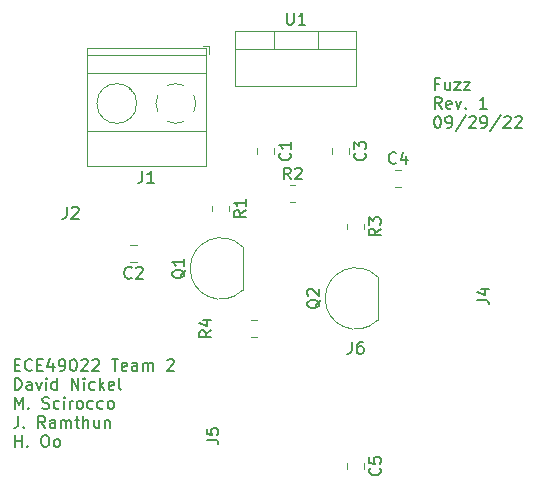
<source format=gbr>
%TF.GenerationSoftware,KiCad,Pcbnew,(6.0.7)*%
%TF.CreationDate,2022-09-29T22:29:57-04:00*%
%TF.ProjectId,fuzz_v1,66757a7a-5f76-4312-9e6b-696361645f70,rev?*%
%TF.SameCoordinates,Original*%
%TF.FileFunction,Legend,Top*%
%TF.FilePolarity,Positive*%
%FSLAX46Y46*%
G04 Gerber Fmt 4.6, Leading zero omitted, Abs format (unit mm)*
G04 Created by KiCad (PCBNEW (6.0.7)) date 2022-09-29 22:29:57*
%MOMM*%
%LPD*%
G01*
G04 APERTURE LIST*
%ADD10C,0.150000*%
%ADD11C,0.120000*%
G04 APERTURE END LIST*
D10*
X147988928Y-38958571D02*
X147655595Y-38958571D01*
X147655595Y-39482380D02*
X147655595Y-38482380D01*
X148131785Y-38482380D01*
X148941309Y-38815714D02*
X148941309Y-39482380D01*
X148512738Y-38815714D02*
X148512738Y-39339523D01*
X148560357Y-39434761D01*
X148655595Y-39482380D01*
X148798452Y-39482380D01*
X148893690Y-39434761D01*
X148941309Y-39387142D01*
X149322261Y-38815714D02*
X149846071Y-38815714D01*
X149322261Y-39482380D01*
X149846071Y-39482380D01*
X150131785Y-38815714D02*
X150655595Y-38815714D01*
X150131785Y-39482380D01*
X150655595Y-39482380D01*
X148227023Y-41092380D02*
X147893690Y-40616190D01*
X147655595Y-41092380D02*
X147655595Y-40092380D01*
X148036547Y-40092380D01*
X148131785Y-40140000D01*
X148179404Y-40187619D01*
X148227023Y-40282857D01*
X148227023Y-40425714D01*
X148179404Y-40520952D01*
X148131785Y-40568571D01*
X148036547Y-40616190D01*
X147655595Y-40616190D01*
X149036547Y-41044761D02*
X148941309Y-41092380D01*
X148750833Y-41092380D01*
X148655595Y-41044761D01*
X148607976Y-40949523D01*
X148607976Y-40568571D01*
X148655595Y-40473333D01*
X148750833Y-40425714D01*
X148941309Y-40425714D01*
X149036547Y-40473333D01*
X149084166Y-40568571D01*
X149084166Y-40663809D01*
X148607976Y-40759047D01*
X149417500Y-40425714D02*
X149655595Y-41092380D01*
X149893690Y-40425714D01*
X150274642Y-40997142D02*
X150322261Y-41044761D01*
X150274642Y-41092380D01*
X150227023Y-41044761D01*
X150274642Y-40997142D01*
X150274642Y-41092380D01*
X152036547Y-41092380D02*
X151465119Y-41092380D01*
X151750833Y-41092380D02*
X151750833Y-40092380D01*
X151655595Y-40235238D01*
X151560357Y-40330476D01*
X151465119Y-40378095D01*
X147846071Y-41702380D02*
X147941309Y-41702380D01*
X148036547Y-41750000D01*
X148084166Y-41797619D01*
X148131785Y-41892857D01*
X148179404Y-42083333D01*
X148179404Y-42321428D01*
X148131785Y-42511904D01*
X148084166Y-42607142D01*
X148036547Y-42654761D01*
X147941309Y-42702380D01*
X147846071Y-42702380D01*
X147750833Y-42654761D01*
X147703214Y-42607142D01*
X147655595Y-42511904D01*
X147607976Y-42321428D01*
X147607976Y-42083333D01*
X147655595Y-41892857D01*
X147703214Y-41797619D01*
X147750833Y-41750000D01*
X147846071Y-41702380D01*
X148655595Y-42702380D02*
X148846071Y-42702380D01*
X148941309Y-42654761D01*
X148988928Y-42607142D01*
X149084166Y-42464285D01*
X149131785Y-42273809D01*
X149131785Y-41892857D01*
X149084166Y-41797619D01*
X149036547Y-41750000D01*
X148941309Y-41702380D01*
X148750833Y-41702380D01*
X148655595Y-41750000D01*
X148607976Y-41797619D01*
X148560357Y-41892857D01*
X148560357Y-42130952D01*
X148607976Y-42226190D01*
X148655595Y-42273809D01*
X148750833Y-42321428D01*
X148941309Y-42321428D01*
X149036547Y-42273809D01*
X149084166Y-42226190D01*
X149131785Y-42130952D01*
X150274642Y-41654761D02*
X149417500Y-42940476D01*
X150560357Y-41797619D02*
X150607976Y-41750000D01*
X150703214Y-41702380D01*
X150941309Y-41702380D01*
X151036547Y-41750000D01*
X151084166Y-41797619D01*
X151131785Y-41892857D01*
X151131785Y-41988095D01*
X151084166Y-42130952D01*
X150512738Y-42702380D01*
X151131785Y-42702380D01*
X151607976Y-42702380D02*
X151798452Y-42702380D01*
X151893690Y-42654761D01*
X151941309Y-42607142D01*
X152036547Y-42464285D01*
X152084166Y-42273809D01*
X152084166Y-41892857D01*
X152036547Y-41797619D01*
X151988928Y-41750000D01*
X151893690Y-41702380D01*
X151703214Y-41702380D01*
X151607976Y-41750000D01*
X151560357Y-41797619D01*
X151512738Y-41892857D01*
X151512738Y-42130952D01*
X151560357Y-42226190D01*
X151607976Y-42273809D01*
X151703214Y-42321428D01*
X151893690Y-42321428D01*
X151988928Y-42273809D01*
X152036547Y-42226190D01*
X152084166Y-42130952D01*
X153227023Y-41654761D02*
X152369880Y-42940476D01*
X153512738Y-41797619D02*
X153560357Y-41750000D01*
X153655595Y-41702380D01*
X153893690Y-41702380D01*
X153988928Y-41750000D01*
X154036547Y-41797619D01*
X154084166Y-41892857D01*
X154084166Y-41988095D01*
X154036547Y-42130952D01*
X153465119Y-42702380D01*
X154084166Y-42702380D01*
X154465119Y-41797619D02*
X154512738Y-41750000D01*
X154607976Y-41702380D01*
X154846071Y-41702380D01*
X154941309Y-41750000D01*
X154988928Y-41797619D01*
X155036547Y-41892857D01*
X155036547Y-41988095D01*
X154988928Y-42130952D01*
X154417500Y-42702380D01*
X155036547Y-42702380D01*
X112095595Y-62748571D02*
X112428928Y-62748571D01*
X112571785Y-63272380D02*
X112095595Y-63272380D01*
X112095595Y-62272380D01*
X112571785Y-62272380D01*
X113571785Y-63177142D02*
X113524166Y-63224761D01*
X113381309Y-63272380D01*
X113286071Y-63272380D01*
X113143214Y-63224761D01*
X113047976Y-63129523D01*
X113000357Y-63034285D01*
X112952738Y-62843809D01*
X112952738Y-62700952D01*
X113000357Y-62510476D01*
X113047976Y-62415238D01*
X113143214Y-62320000D01*
X113286071Y-62272380D01*
X113381309Y-62272380D01*
X113524166Y-62320000D01*
X113571785Y-62367619D01*
X114000357Y-62748571D02*
X114333690Y-62748571D01*
X114476547Y-63272380D02*
X114000357Y-63272380D01*
X114000357Y-62272380D01*
X114476547Y-62272380D01*
X115333690Y-62605714D02*
X115333690Y-63272380D01*
X115095595Y-62224761D02*
X114857500Y-62939047D01*
X115476547Y-62939047D01*
X115905119Y-63272380D02*
X116095595Y-63272380D01*
X116190833Y-63224761D01*
X116238452Y-63177142D01*
X116333690Y-63034285D01*
X116381309Y-62843809D01*
X116381309Y-62462857D01*
X116333690Y-62367619D01*
X116286071Y-62320000D01*
X116190833Y-62272380D01*
X116000357Y-62272380D01*
X115905119Y-62320000D01*
X115857500Y-62367619D01*
X115809880Y-62462857D01*
X115809880Y-62700952D01*
X115857500Y-62796190D01*
X115905119Y-62843809D01*
X116000357Y-62891428D01*
X116190833Y-62891428D01*
X116286071Y-62843809D01*
X116333690Y-62796190D01*
X116381309Y-62700952D01*
X117000357Y-62272380D02*
X117095595Y-62272380D01*
X117190833Y-62320000D01*
X117238452Y-62367619D01*
X117286071Y-62462857D01*
X117333690Y-62653333D01*
X117333690Y-62891428D01*
X117286071Y-63081904D01*
X117238452Y-63177142D01*
X117190833Y-63224761D01*
X117095595Y-63272380D01*
X117000357Y-63272380D01*
X116905119Y-63224761D01*
X116857500Y-63177142D01*
X116809880Y-63081904D01*
X116762261Y-62891428D01*
X116762261Y-62653333D01*
X116809880Y-62462857D01*
X116857500Y-62367619D01*
X116905119Y-62320000D01*
X117000357Y-62272380D01*
X117714642Y-62367619D02*
X117762261Y-62320000D01*
X117857500Y-62272380D01*
X118095595Y-62272380D01*
X118190833Y-62320000D01*
X118238452Y-62367619D01*
X118286071Y-62462857D01*
X118286071Y-62558095D01*
X118238452Y-62700952D01*
X117667023Y-63272380D01*
X118286071Y-63272380D01*
X118667023Y-62367619D02*
X118714642Y-62320000D01*
X118809880Y-62272380D01*
X119047976Y-62272380D01*
X119143214Y-62320000D01*
X119190833Y-62367619D01*
X119238452Y-62462857D01*
X119238452Y-62558095D01*
X119190833Y-62700952D01*
X118619404Y-63272380D01*
X119238452Y-63272380D01*
X120286071Y-62272380D02*
X120857500Y-62272380D01*
X120571785Y-63272380D02*
X120571785Y-62272380D01*
X121571785Y-63224761D02*
X121476547Y-63272380D01*
X121286071Y-63272380D01*
X121190833Y-63224761D01*
X121143214Y-63129523D01*
X121143214Y-62748571D01*
X121190833Y-62653333D01*
X121286071Y-62605714D01*
X121476547Y-62605714D01*
X121571785Y-62653333D01*
X121619404Y-62748571D01*
X121619404Y-62843809D01*
X121143214Y-62939047D01*
X122476547Y-63272380D02*
X122476547Y-62748571D01*
X122428928Y-62653333D01*
X122333690Y-62605714D01*
X122143214Y-62605714D01*
X122047976Y-62653333D01*
X122476547Y-63224761D02*
X122381309Y-63272380D01*
X122143214Y-63272380D01*
X122047976Y-63224761D01*
X122000357Y-63129523D01*
X122000357Y-63034285D01*
X122047976Y-62939047D01*
X122143214Y-62891428D01*
X122381309Y-62891428D01*
X122476547Y-62843809D01*
X122952738Y-63272380D02*
X122952738Y-62605714D01*
X122952738Y-62700952D02*
X123000357Y-62653333D01*
X123095595Y-62605714D01*
X123238452Y-62605714D01*
X123333690Y-62653333D01*
X123381309Y-62748571D01*
X123381309Y-63272380D01*
X123381309Y-62748571D02*
X123428928Y-62653333D01*
X123524166Y-62605714D01*
X123667023Y-62605714D01*
X123762261Y-62653333D01*
X123809880Y-62748571D01*
X123809880Y-63272380D01*
X125000357Y-62367619D02*
X125047976Y-62320000D01*
X125143214Y-62272380D01*
X125381309Y-62272380D01*
X125476547Y-62320000D01*
X125524166Y-62367619D01*
X125571785Y-62462857D01*
X125571785Y-62558095D01*
X125524166Y-62700952D01*
X124952738Y-63272380D01*
X125571785Y-63272380D01*
X112095595Y-64882380D02*
X112095595Y-63882380D01*
X112333690Y-63882380D01*
X112476547Y-63930000D01*
X112571785Y-64025238D01*
X112619404Y-64120476D01*
X112667023Y-64310952D01*
X112667023Y-64453809D01*
X112619404Y-64644285D01*
X112571785Y-64739523D01*
X112476547Y-64834761D01*
X112333690Y-64882380D01*
X112095595Y-64882380D01*
X113524166Y-64882380D02*
X113524166Y-64358571D01*
X113476547Y-64263333D01*
X113381309Y-64215714D01*
X113190833Y-64215714D01*
X113095595Y-64263333D01*
X113524166Y-64834761D02*
X113428928Y-64882380D01*
X113190833Y-64882380D01*
X113095595Y-64834761D01*
X113047976Y-64739523D01*
X113047976Y-64644285D01*
X113095595Y-64549047D01*
X113190833Y-64501428D01*
X113428928Y-64501428D01*
X113524166Y-64453809D01*
X113905119Y-64215714D02*
X114143214Y-64882380D01*
X114381309Y-64215714D01*
X114762261Y-64882380D02*
X114762261Y-64215714D01*
X114762261Y-63882380D02*
X114714642Y-63930000D01*
X114762261Y-63977619D01*
X114809880Y-63930000D01*
X114762261Y-63882380D01*
X114762261Y-63977619D01*
X115667023Y-64882380D02*
X115667023Y-63882380D01*
X115667023Y-64834761D02*
X115571785Y-64882380D01*
X115381309Y-64882380D01*
X115286071Y-64834761D01*
X115238452Y-64787142D01*
X115190833Y-64691904D01*
X115190833Y-64406190D01*
X115238452Y-64310952D01*
X115286071Y-64263333D01*
X115381309Y-64215714D01*
X115571785Y-64215714D01*
X115667023Y-64263333D01*
X116905119Y-64882380D02*
X116905119Y-63882380D01*
X117476547Y-64882380D01*
X117476547Y-63882380D01*
X117952738Y-64882380D02*
X117952738Y-64215714D01*
X117952738Y-63882380D02*
X117905119Y-63930000D01*
X117952738Y-63977619D01*
X118000357Y-63930000D01*
X117952738Y-63882380D01*
X117952738Y-63977619D01*
X118857500Y-64834761D02*
X118762261Y-64882380D01*
X118571785Y-64882380D01*
X118476547Y-64834761D01*
X118428928Y-64787142D01*
X118381309Y-64691904D01*
X118381309Y-64406190D01*
X118428928Y-64310952D01*
X118476547Y-64263333D01*
X118571785Y-64215714D01*
X118762261Y-64215714D01*
X118857500Y-64263333D01*
X119286071Y-64882380D02*
X119286071Y-63882380D01*
X119381309Y-64501428D02*
X119667023Y-64882380D01*
X119667023Y-64215714D02*
X119286071Y-64596666D01*
X120476547Y-64834761D02*
X120381309Y-64882380D01*
X120190833Y-64882380D01*
X120095595Y-64834761D01*
X120047976Y-64739523D01*
X120047976Y-64358571D01*
X120095595Y-64263333D01*
X120190833Y-64215714D01*
X120381309Y-64215714D01*
X120476547Y-64263333D01*
X120524166Y-64358571D01*
X120524166Y-64453809D01*
X120047976Y-64549047D01*
X121095595Y-64882380D02*
X121000357Y-64834761D01*
X120952738Y-64739523D01*
X120952738Y-63882380D01*
X112095595Y-66492380D02*
X112095595Y-65492380D01*
X112428928Y-66206666D01*
X112762261Y-65492380D01*
X112762261Y-66492380D01*
X113238452Y-66397142D02*
X113286071Y-66444761D01*
X113238452Y-66492380D01*
X113190833Y-66444761D01*
X113238452Y-66397142D01*
X113238452Y-66492380D01*
X114428928Y-66444761D02*
X114571785Y-66492380D01*
X114809880Y-66492380D01*
X114905119Y-66444761D01*
X114952738Y-66397142D01*
X115000357Y-66301904D01*
X115000357Y-66206666D01*
X114952738Y-66111428D01*
X114905119Y-66063809D01*
X114809880Y-66016190D01*
X114619404Y-65968571D01*
X114524166Y-65920952D01*
X114476547Y-65873333D01*
X114428928Y-65778095D01*
X114428928Y-65682857D01*
X114476547Y-65587619D01*
X114524166Y-65540000D01*
X114619404Y-65492380D01*
X114857500Y-65492380D01*
X115000357Y-65540000D01*
X115857500Y-66444761D02*
X115762261Y-66492380D01*
X115571785Y-66492380D01*
X115476547Y-66444761D01*
X115428928Y-66397142D01*
X115381309Y-66301904D01*
X115381309Y-66016190D01*
X115428928Y-65920952D01*
X115476547Y-65873333D01*
X115571785Y-65825714D01*
X115762261Y-65825714D01*
X115857500Y-65873333D01*
X116286071Y-66492380D02*
X116286071Y-65825714D01*
X116286071Y-65492380D02*
X116238452Y-65540000D01*
X116286071Y-65587619D01*
X116333690Y-65540000D01*
X116286071Y-65492380D01*
X116286071Y-65587619D01*
X116762261Y-66492380D02*
X116762261Y-65825714D01*
X116762261Y-66016190D02*
X116809880Y-65920952D01*
X116857500Y-65873333D01*
X116952738Y-65825714D01*
X117047976Y-65825714D01*
X117524166Y-66492380D02*
X117428928Y-66444761D01*
X117381309Y-66397142D01*
X117333690Y-66301904D01*
X117333690Y-66016190D01*
X117381309Y-65920952D01*
X117428928Y-65873333D01*
X117524166Y-65825714D01*
X117667023Y-65825714D01*
X117762261Y-65873333D01*
X117809880Y-65920952D01*
X117857500Y-66016190D01*
X117857500Y-66301904D01*
X117809880Y-66397142D01*
X117762261Y-66444761D01*
X117667023Y-66492380D01*
X117524166Y-66492380D01*
X118714642Y-66444761D02*
X118619404Y-66492380D01*
X118428928Y-66492380D01*
X118333690Y-66444761D01*
X118286071Y-66397142D01*
X118238452Y-66301904D01*
X118238452Y-66016190D01*
X118286071Y-65920952D01*
X118333690Y-65873333D01*
X118428928Y-65825714D01*
X118619404Y-65825714D01*
X118714642Y-65873333D01*
X119571785Y-66444761D02*
X119476547Y-66492380D01*
X119286071Y-66492380D01*
X119190833Y-66444761D01*
X119143214Y-66397142D01*
X119095595Y-66301904D01*
X119095595Y-66016190D01*
X119143214Y-65920952D01*
X119190833Y-65873333D01*
X119286071Y-65825714D01*
X119476547Y-65825714D01*
X119571785Y-65873333D01*
X120143214Y-66492380D02*
X120047976Y-66444761D01*
X120000357Y-66397142D01*
X119952738Y-66301904D01*
X119952738Y-66016190D01*
X120000357Y-65920952D01*
X120047976Y-65873333D01*
X120143214Y-65825714D01*
X120286071Y-65825714D01*
X120381309Y-65873333D01*
X120428928Y-65920952D01*
X120476547Y-66016190D01*
X120476547Y-66301904D01*
X120428928Y-66397142D01*
X120381309Y-66444761D01*
X120286071Y-66492380D01*
X120143214Y-66492380D01*
X112381309Y-67102380D02*
X112381309Y-67816666D01*
X112333690Y-67959523D01*
X112238452Y-68054761D01*
X112095595Y-68102380D01*
X112000357Y-68102380D01*
X112857500Y-68007142D02*
X112905119Y-68054761D01*
X112857500Y-68102380D01*
X112809880Y-68054761D01*
X112857500Y-68007142D01*
X112857500Y-68102380D01*
X114667023Y-68102380D02*
X114333690Y-67626190D01*
X114095595Y-68102380D02*
X114095595Y-67102380D01*
X114476547Y-67102380D01*
X114571785Y-67150000D01*
X114619404Y-67197619D01*
X114667023Y-67292857D01*
X114667023Y-67435714D01*
X114619404Y-67530952D01*
X114571785Y-67578571D01*
X114476547Y-67626190D01*
X114095595Y-67626190D01*
X115524166Y-68102380D02*
X115524166Y-67578571D01*
X115476547Y-67483333D01*
X115381309Y-67435714D01*
X115190833Y-67435714D01*
X115095595Y-67483333D01*
X115524166Y-68054761D02*
X115428928Y-68102380D01*
X115190833Y-68102380D01*
X115095595Y-68054761D01*
X115047976Y-67959523D01*
X115047976Y-67864285D01*
X115095595Y-67769047D01*
X115190833Y-67721428D01*
X115428928Y-67721428D01*
X115524166Y-67673809D01*
X116000357Y-68102380D02*
X116000357Y-67435714D01*
X116000357Y-67530952D02*
X116047976Y-67483333D01*
X116143214Y-67435714D01*
X116286071Y-67435714D01*
X116381309Y-67483333D01*
X116428928Y-67578571D01*
X116428928Y-68102380D01*
X116428928Y-67578571D02*
X116476547Y-67483333D01*
X116571785Y-67435714D01*
X116714642Y-67435714D01*
X116809880Y-67483333D01*
X116857500Y-67578571D01*
X116857500Y-68102380D01*
X117190833Y-67435714D02*
X117571785Y-67435714D01*
X117333690Y-67102380D02*
X117333690Y-67959523D01*
X117381309Y-68054761D01*
X117476547Y-68102380D01*
X117571785Y-68102380D01*
X117905119Y-68102380D02*
X117905119Y-67102380D01*
X118333690Y-68102380D02*
X118333690Y-67578571D01*
X118286071Y-67483333D01*
X118190833Y-67435714D01*
X118047976Y-67435714D01*
X117952738Y-67483333D01*
X117905119Y-67530952D01*
X119238452Y-67435714D02*
X119238452Y-68102380D01*
X118809880Y-67435714D02*
X118809880Y-67959523D01*
X118857500Y-68054761D01*
X118952738Y-68102380D01*
X119095595Y-68102380D01*
X119190833Y-68054761D01*
X119238452Y-68007142D01*
X119714642Y-67435714D02*
X119714642Y-68102380D01*
X119714642Y-67530952D02*
X119762261Y-67483333D01*
X119857500Y-67435714D01*
X120000357Y-67435714D01*
X120095595Y-67483333D01*
X120143214Y-67578571D01*
X120143214Y-68102380D01*
X112095595Y-69712380D02*
X112095595Y-68712380D01*
X112095595Y-69188571D02*
X112667023Y-69188571D01*
X112667023Y-69712380D02*
X112667023Y-68712380D01*
X113143214Y-69617142D02*
X113190833Y-69664761D01*
X113143214Y-69712380D01*
X113095595Y-69664761D01*
X113143214Y-69617142D01*
X113143214Y-69712380D01*
X114571785Y-68712380D02*
X114762261Y-68712380D01*
X114857500Y-68760000D01*
X114952738Y-68855238D01*
X115000357Y-69045714D01*
X115000357Y-69379047D01*
X114952738Y-69569523D01*
X114857500Y-69664761D01*
X114762261Y-69712380D01*
X114571785Y-69712380D01*
X114476547Y-69664761D01*
X114381309Y-69569523D01*
X114333690Y-69379047D01*
X114333690Y-69045714D01*
X114381309Y-68855238D01*
X114476547Y-68760000D01*
X114571785Y-68712380D01*
X115571785Y-69712380D02*
X115476547Y-69664761D01*
X115428928Y-69617142D01*
X115381309Y-69521904D01*
X115381309Y-69236190D01*
X115428928Y-69140952D01*
X115476547Y-69093333D01*
X115571785Y-69045714D01*
X115714642Y-69045714D01*
X115809880Y-69093333D01*
X115857500Y-69140952D01*
X115905119Y-69236190D01*
X115905119Y-69521904D01*
X115857500Y-69617142D01*
X115809880Y-69664761D01*
X115714642Y-69712380D01*
X115571785Y-69712380D01*
%TO.C,R3*%
X143072380Y-51236666D02*
X142596190Y-51570000D01*
X143072380Y-51808095D02*
X142072380Y-51808095D01*
X142072380Y-51427142D01*
X142120000Y-51331904D01*
X142167619Y-51284285D01*
X142262857Y-51236666D01*
X142405714Y-51236666D01*
X142500952Y-51284285D01*
X142548571Y-51331904D01*
X142596190Y-51427142D01*
X142596190Y-51808095D01*
X142072380Y-50903333D02*
X142072380Y-50284285D01*
X142453333Y-50617619D01*
X142453333Y-50474761D01*
X142500952Y-50379523D01*
X142548571Y-50331904D01*
X142643809Y-50284285D01*
X142881904Y-50284285D01*
X142977142Y-50331904D01*
X143024761Y-50379523D01*
X143072380Y-50474761D01*
X143072380Y-50760476D01*
X143024761Y-50855714D01*
X142977142Y-50903333D01*
%TO.C,C3*%
X141737142Y-44849166D02*
X141784761Y-44896785D01*
X141832380Y-45039642D01*
X141832380Y-45134880D01*
X141784761Y-45277738D01*
X141689523Y-45372976D01*
X141594285Y-45420595D01*
X141403809Y-45468214D01*
X141260952Y-45468214D01*
X141070476Y-45420595D01*
X140975238Y-45372976D01*
X140880000Y-45277738D01*
X140832380Y-45134880D01*
X140832380Y-45039642D01*
X140880000Y-44896785D01*
X140927619Y-44849166D01*
X140832380Y-44515833D02*
X140832380Y-43896785D01*
X141213333Y-44230119D01*
X141213333Y-44087261D01*
X141260952Y-43992023D01*
X141308571Y-43944404D01*
X141403809Y-43896785D01*
X141641904Y-43896785D01*
X141737142Y-43944404D01*
X141784761Y-43992023D01*
X141832380Y-44087261D01*
X141832380Y-44372976D01*
X141784761Y-44468214D01*
X141737142Y-44515833D01*
%TO.C,R4*%
X128722380Y-59856666D02*
X128246190Y-60190000D01*
X128722380Y-60428095D02*
X127722380Y-60428095D01*
X127722380Y-60047142D01*
X127770000Y-59951904D01*
X127817619Y-59904285D01*
X127912857Y-59856666D01*
X128055714Y-59856666D01*
X128150952Y-59904285D01*
X128198571Y-59951904D01*
X128246190Y-60047142D01*
X128246190Y-60428095D01*
X128055714Y-58999523D02*
X128722380Y-58999523D01*
X127674761Y-59237619D02*
X128389047Y-59475714D01*
X128389047Y-58856666D01*
%TO.C,Q1*%
X126527619Y-54705238D02*
X126480000Y-54800476D01*
X126384761Y-54895714D01*
X126241904Y-55038571D01*
X126194285Y-55133809D01*
X126194285Y-55229047D01*
X126432380Y-55181428D02*
X126384761Y-55276666D01*
X126289523Y-55371904D01*
X126099047Y-55419523D01*
X125765714Y-55419523D01*
X125575238Y-55371904D01*
X125480000Y-55276666D01*
X125432380Y-55181428D01*
X125432380Y-54990952D01*
X125480000Y-54895714D01*
X125575238Y-54800476D01*
X125765714Y-54752857D01*
X126099047Y-54752857D01*
X126289523Y-54800476D01*
X126384761Y-54895714D01*
X126432380Y-54990952D01*
X126432380Y-55181428D01*
X126432380Y-53800476D02*
X126432380Y-54371904D01*
X126432380Y-54086190D02*
X125432380Y-54086190D01*
X125575238Y-54181428D01*
X125670476Y-54276666D01*
X125718095Y-54371904D01*
%TO.C,Q2*%
X137957619Y-57245238D02*
X137910000Y-57340476D01*
X137814761Y-57435714D01*
X137671904Y-57578571D01*
X137624285Y-57673809D01*
X137624285Y-57769047D01*
X137862380Y-57721428D02*
X137814761Y-57816666D01*
X137719523Y-57911904D01*
X137529047Y-57959523D01*
X137195714Y-57959523D01*
X137005238Y-57911904D01*
X136910000Y-57816666D01*
X136862380Y-57721428D01*
X136862380Y-57530952D01*
X136910000Y-57435714D01*
X137005238Y-57340476D01*
X137195714Y-57292857D01*
X137529047Y-57292857D01*
X137719523Y-57340476D01*
X137814761Y-57435714D01*
X137862380Y-57530952D01*
X137862380Y-57721428D01*
X136957619Y-56911904D02*
X136910000Y-56864285D01*
X136862380Y-56769047D01*
X136862380Y-56530952D01*
X136910000Y-56435714D01*
X136957619Y-56388095D01*
X137052857Y-56340476D01*
X137148095Y-56340476D01*
X137290952Y-56388095D01*
X137862380Y-56959523D01*
X137862380Y-56340476D01*
%TO.C,J4*%
X151242380Y-57273333D02*
X151956666Y-57273333D01*
X152099523Y-57320952D01*
X152194761Y-57416190D01*
X152242380Y-57559047D01*
X152242380Y-57654285D01*
X151575714Y-56368571D02*
X152242380Y-56368571D01*
X151194761Y-56606666D02*
X151909047Y-56844761D01*
X151909047Y-56225714D01*
%TO.C,U1*%
X135128095Y-32957380D02*
X135128095Y-33766904D01*
X135175714Y-33862142D01*
X135223333Y-33909761D01*
X135318571Y-33957380D01*
X135509047Y-33957380D01*
X135604285Y-33909761D01*
X135651904Y-33862142D01*
X135699523Y-33766904D01*
X135699523Y-32957380D01*
X136699523Y-33957380D02*
X136128095Y-33957380D01*
X136413809Y-33957380D02*
X136413809Y-32957380D01*
X136318571Y-33100238D01*
X136223333Y-33195476D01*
X136128095Y-33243095D01*
%TO.C,C2*%
X121985833Y-55377142D02*
X121938214Y-55424761D01*
X121795357Y-55472380D01*
X121700119Y-55472380D01*
X121557261Y-55424761D01*
X121462023Y-55329523D01*
X121414404Y-55234285D01*
X121366785Y-55043809D01*
X121366785Y-54900952D01*
X121414404Y-54710476D01*
X121462023Y-54615238D01*
X121557261Y-54520000D01*
X121700119Y-54472380D01*
X121795357Y-54472380D01*
X121938214Y-54520000D01*
X121985833Y-54567619D01*
X122366785Y-54567619D02*
X122414404Y-54520000D01*
X122509642Y-54472380D01*
X122747738Y-54472380D01*
X122842976Y-54520000D01*
X122890595Y-54567619D01*
X122938214Y-54662857D01*
X122938214Y-54758095D01*
X122890595Y-54900952D01*
X122319166Y-55472380D01*
X122938214Y-55472380D01*
%TO.C,C5*%
X143007142Y-71519166D02*
X143054761Y-71566785D01*
X143102380Y-71709642D01*
X143102380Y-71804880D01*
X143054761Y-71947738D01*
X142959523Y-72042976D01*
X142864285Y-72090595D01*
X142673809Y-72138214D01*
X142530952Y-72138214D01*
X142340476Y-72090595D01*
X142245238Y-72042976D01*
X142150000Y-71947738D01*
X142102380Y-71804880D01*
X142102380Y-71709642D01*
X142150000Y-71566785D01*
X142197619Y-71519166D01*
X142102380Y-70614404D02*
X142102380Y-71090595D01*
X142578571Y-71138214D01*
X142530952Y-71090595D01*
X142483333Y-70995357D01*
X142483333Y-70757261D01*
X142530952Y-70662023D01*
X142578571Y-70614404D01*
X142673809Y-70566785D01*
X142911904Y-70566785D01*
X143007142Y-70614404D01*
X143054761Y-70662023D01*
X143102380Y-70757261D01*
X143102380Y-70995357D01*
X143054761Y-71090595D01*
X143007142Y-71138214D01*
%TO.C,J6*%
X140636666Y-60822380D02*
X140636666Y-61536666D01*
X140589047Y-61679523D01*
X140493809Y-61774761D01*
X140350952Y-61822380D01*
X140255714Y-61822380D01*
X141541428Y-60822380D02*
X141350952Y-60822380D01*
X141255714Y-60870000D01*
X141208095Y-60917619D01*
X141112857Y-61060476D01*
X141065238Y-61250952D01*
X141065238Y-61631904D01*
X141112857Y-61727142D01*
X141160476Y-61774761D01*
X141255714Y-61822380D01*
X141446190Y-61822380D01*
X141541428Y-61774761D01*
X141589047Y-61727142D01*
X141636666Y-61631904D01*
X141636666Y-61393809D01*
X141589047Y-61298571D01*
X141541428Y-61250952D01*
X141446190Y-61203333D01*
X141255714Y-61203333D01*
X141160476Y-61250952D01*
X141112857Y-61298571D01*
X141065238Y-61393809D01*
%TO.C,C1*%
X135387142Y-44849166D02*
X135434761Y-44896785D01*
X135482380Y-45039642D01*
X135482380Y-45134880D01*
X135434761Y-45277738D01*
X135339523Y-45372976D01*
X135244285Y-45420595D01*
X135053809Y-45468214D01*
X134910952Y-45468214D01*
X134720476Y-45420595D01*
X134625238Y-45372976D01*
X134530000Y-45277738D01*
X134482380Y-45134880D01*
X134482380Y-45039642D01*
X134530000Y-44896785D01*
X134577619Y-44849166D01*
X135482380Y-43896785D02*
X135482380Y-44468214D01*
X135482380Y-44182500D02*
X134482380Y-44182500D01*
X134625238Y-44277738D01*
X134720476Y-44372976D01*
X134768095Y-44468214D01*
%TO.C,J5*%
X128332380Y-69123333D02*
X129046666Y-69123333D01*
X129189523Y-69170952D01*
X129284761Y-69266190D01*
X129332380Y-69409047D01*
X129332380Y-69504285D01*
X128332380Y-68170952D02*
X128332380Y-68647142D01*
X128808571Y-68694761D01*
X128760952Y-68647142D01*
X128713333Y-68551904D01*
X128713333Y-68313809D01*
X128760952Y-68218571D01*
X128808571Y-68170952D01*
X128903809Y-68123333D01*
X129141904Y-68123333D01*
X129237142Y-68170952D01*
X129284761Y-68218571D01*
X129332380Y-68313809D01*
X129332380Y-68551904D01*
X129284761Y-68647142D01*
X129237142Y-68694761D01*
%TO.C,J1*%
X122896666Y-46352380D02*
X122896666Y-47066666D01*
X122849047Y-47209523D01*
X122753809Y-47304761D01*
X122610952Y-47352380D01*
X122515714Y-47352380D01*
X123896666Y-47352380D02*
X123325238Y-47352380D01*
X123610952Y-47352380D02*
X123610952Y-46352380D01*
X123515714Y-46495238D01*
X123420476Y-46590476D01*
X123325238Y-46638095D01*
%TO.C,R1*%
X131642380Y-49696666D02*
X131166190Y-50030000D01*
X131642380Y-50268095D02*
X130642380Y-50268095D01*
X130642380Y-49887142D01*
X130690000Y-49791904D01*
X130737619Y-49744285D01*
X130832857Y-49696666D01*
X130975714Y-49696666D01*
X131070952Y-49744285D01*
X131118571Y-49791904D01*
X131166190Y-49887142D01*
X131166190Y-50268095D01*
X131642380Y-48744285D02*
X131642380Y-49315714D01*
X131642380Y-49030000D02*
X130642380Y-49030000D01*
X130785238Y-49125238D01*
X130880476Y-49220476D01*
X130928095Y-49315714D01*
%TO.C,J2*%
X116506666Y-49392380D02*
X116506666Y-50106666D01*
X116459047Y-50249523D01*
X116363809Y-50344761D01*
X116220952Y-50392380D01*
X116125714Y-50392380D01*
X116935238Y-49487619D02*
X116982857Y-49440000D01*
X117078095Y-49392380D01*
X117316190Y-49392380D01*
X117411428Y-49440000D01*
X117459047Y-49487619D01*
X117506666Y-49582857D01*
X117506666Y-49678095D01*
X117459047Y-49820952D01*
X116887619Y-50392380D01*
X117506666Y-50392380D01*
%TO.C,C4*%
X144380833Y-45667142D02*
X144333214Y-45714761D01*
X144190357Y-45762380D01*
X144095119Y-45762380D01*
X143952261Y-45714761D01*
X143857023Y-45619523D01*
X143809404Y-45524285D01*
X143761785Y-45333809D01*
X143761785Y-45190952D01*
X143809404Y-45000476D01*
X143857023Y-44905238D01*
X143952261Y-44810000D01*
X144095119Y-44762380D01*
X144190357Y-44762380D01*
X144333214Y-44810000D01*
X144380833Y-44857619D01*
X145237976Y-45095714D02*
X145237976Y-45762380D01*
X144999880Y-44714761D02*
X144761785Y-45429047D01*
X145380833Y-45429047D01*
%TO.C,R2*%
X135453333Y-47062380D02*
X135120000Y-46586190D01*
X134881904Y-47062380D02*
X134881904Y-46062380D01*
X135262857Y-46062380D01*
X135358095Y-46110000D01*
X135405714Y-46157619D01*
X135453333Y-46252857D01*
X135453333Y-46395714D01*
X135405714Y-46490952D01*
X135358095Y-46538571D01*
X135262857Y-46586190D01*
X134881904Y-46586190D01*
X135834285Y-46157619D02*
X135881904Y-46110000D01*
X135977142Y-46062380D01*
X136215238Y-46062380D01*
X136310476Y-46110000D01*
X136358095Y-46157619D01*
X136405714Y-46252857D01*
X136405714Y-46348095D01*
X136358095Y-46490952D01*
X135786666Y-47062380D01*
X136405714Y-47062380D01*
D11*
%TO.C,R3*%
X140235000Y-50842936D02*
X140235000Y-51297064D01*
X141705000Y-50842936D02*
X141705000Y-51297064D01*
%TO.C,C3*%
X140435000Y-44421248D02*
X140435000Y-44943752D01*
X138965000Y-44421248D02*
X138965000Y-44943752D01*
%TO.C,R4*%
X132122936Y-60425000D02*
X132577064Y-60425000D01*
X132122936Y-58955000D02*
X132577064Y-58955000D01*
%TO.C,Q1*%
X131390000Y-56410000D02*
X131390000Y-52810000D01*
X131378478Y-52771522D02*
G75*
G03*
X126940000Y-54610000I-1838478J-1838478D01*
G01*
X126939999Y-54610000D02*
G75*
G03*
X131378478Y-56448478I2600001J0D01*
G01*
%TO.C,Q2*%
X142820000Y-58950000D02*
X142820000Y-55350000D01*
X142808478Y-55311522D02*
G75*
G03*
X138370000Y-57150000I-1838478J-1838478D01*
G01*
X138369999Y-57150000D02*
G75*
G03*
X142808478Y-58988478I2600001J0D01*
G01*
%TO.C,U1*%
X141010000Y-34505000D02*
X141010000Y-39146000D01*
X130770000Y-34505000D02*
X130770000Y-39146000D01*
X137741000Y-34505000D02*
X137741000Y-36015000D01*
X130770000Y-36015000D02*
X141010000Y-36015000D01*
X134040000Y-34505000D02*
X134040000Y-36015000D01*
X130770000Y-34505000D02*
X141010000Y-34505000D01*
X130770000Y-39146000D02*
X141010000Y-39146000D01*
%TO.C,C2*%
X122413752Y-52605000D02*
X121891248Y-52605000D01*
X122413752Y-54075000D02*
X121891248Y-54075000D01*
%TO.C,C5*%
X141705000Y-71091248D02*
X141705000Y-71613752D01*
X140235000Y-71091248D02*
X140235000Y-71613752D01*
%TO.C,C1*%
X134085000Y-44421248D02*
X134085000Y-44943752D01*
X132615000Y-44421248D02*
X132615000Y-44943752D01*
%TO.C,J1*%
X121957000Y-39617000D02*
X122004000Y-39571000D01*
X119660000Y-41915000D02*
X119695000Y-41879000D01*
X128530000Y-35740000D02*
X128030000Y-35740000D01*
X118170000Y-45901000D02*
X118170000Y-35980000D01*
X128290000Y-35980000D02*
X118170000Y-35980000D01*
X128290000Y-42941000D02*
X118170000Y-42941000D01*
X128290000Y-38040000D02*
X118170000Y-38040000D01*
X128290000Y-45901000D02*
X118170000Y-45901000D01*
X128290000Y-36540000D02*
X118170000Y-36540000D01*
X128290000Y-45901000D02*
X128290000Y-35980000D01*
X128530000Y-36480000D02*
X128530000Y-35740000D01*
X121764000Y-39401000D02*
X121799000Y-39366000D01*
X119455000Y-41709000D02*
X119502000Y-41663000D01*
X127265000Y-41324000D02*
G75*
G03*
X127265427Y-39956958I-1534993J684001D01*
G01*
X125730000Y-38960000D02*
G75*
G03*
X125046682Y-39105244I0J-1680000D01*
G01*
X125046000Y-42175000D02*
G75*
G03*
X126413042Y-42175427I684001J1534993D01*
G01*
X124194999Y-39956000D02*
G75*
G03*
X124194573Y-41323042I1535001J-684000D01*
G01*
X126414000Y-39105000D02*
G75*
G03*
X125701195Y-38959747I-683999J-1535001D01*
G01*
X122410000Y-40640000D02*
G75*
G03*
X122410000Y-40640000I-1680000J0D01*
G01*
%TO.C,R1*%
X128805000Y-49302936D02*
X128805000Y-49757064D01*
X130275000Y-49302936D02*
X130275000Y-49757064D01*
%TO.C,C4*%
X144286248Y-47725000D02*
X144808752Y-47725000D01*
X144286248Y-46255000D02*
X144808752Y-46255000D01*
%TO.C,R2*%
X135392936Y-47525000D02*
X135847064Y-47525000D01*
X135392936Y-48995000D02*
X135847064Y-48995000D01*
%TD*%
M02*

</source>
